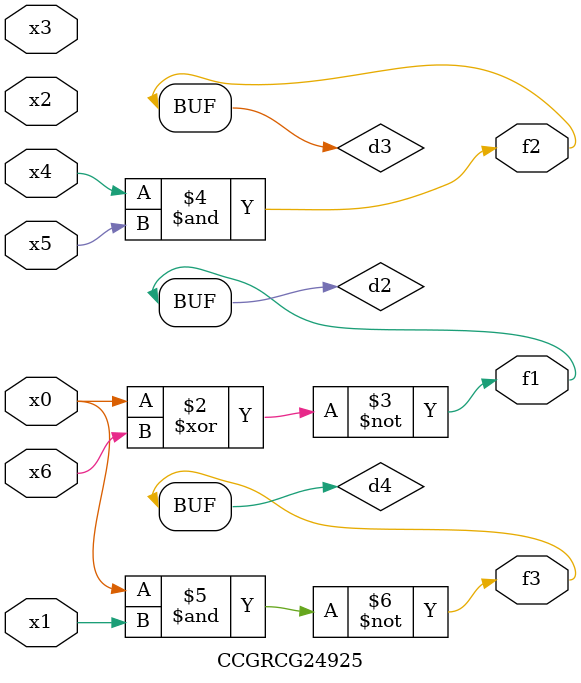
<source format=v>
module CCGRCG24925(
	input x0, x1, x2, x3, x4, x5, x6,
	output f1, f2, f3
);

	wire d1, d2, d3, d4;

	nor (d1, x0);
	xnor (d2, x0, x6);
	and (d3, x4, x5);
	nand (d4, x0, x1);
	assign f1 = d2;
	assign f2 = d3;
	assign f3 = d4;
endmodule

</source>
